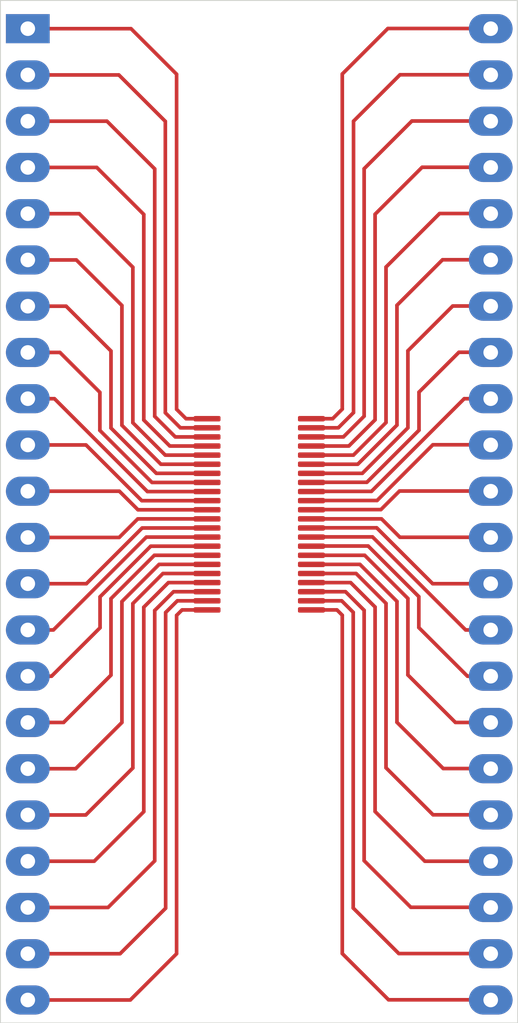
<source format=kicad_pcb>
(kicad_pcb (version 20211014) (generator pcbnew)
  (title_block (date "2022-10-17") (rev "0.0.01"))
  (layers (0 "F.Cu" signal) (31 "B.Cu" signal) (34 "B.Paste" user) (35 "F.Paste" user) (36 "B.SilkS" user "B.Silkscreen") (37 "F.SilkS" user "F.Silkscreen") (38 "B.Mask" user) (39 "F.Mask" user) (44 "Edge.Cuts" user))
  (net 0 "")
  (footprint "Library:55fdc74f-a520-4e50-91cd-2504150caa4f" (layer "F.Cu") (at 142.561913 105.618997)
    (fp_text reference "" (at 0 0) (layer "F.SilkS") (effects (font (size 1.27 1.27))))
    (fp_text value "" (at 0 0) (layer "F.SilkS") (effects (font (size 1.27 1.27))))
    (pad "1" smd roundrect (at -5.725 -8) (size 1.475 0.3) (layers "F.Cu" "F.Paste" "F.Mask"))
    (pad "2" smd roundrect (at -5.725 -7.5) (size 1.475 0.3) (layers "F.Cu" "F.Paste" "F.Mask"))
    (pad "3" smd roundrect (at -5.725 -7) (size 1.475 0.3) (layers "F.Cu" "F.Paste" "F.Mask"))
    (pad "4" smd roundrect (at -5.725 -6.5) (size 1.475 0.3) (layers "F.Cu" "F.Paste" "F.Mask"))
    (pad "5" smd roundrect (at -5.725 -6) (size 1.475 0.3) (layers "F.Cu" "F.Paste" "F.Mask"))
    (pad "6" smd roundrect (at -5.725 -5.5) (size 1.475 0.3) (layers "F.Cu" "F.Paste" "F.Mask"))
    (pad "7" smd roundrect (at -5.725 -5) (size 1.475 0.3) (layers "F.Cu" "F.Paste" "F.Mask"))
    (pad "8" smd roundrect (at -5.725 -4.5) (size 1.475 0.3) (layers "F.Cu" "F.Paste" "F.Mask"))
    (pad "9" smd roundrect (at -5.725 -4) (size 1.475 0.3) (layers "F.Cu" "F.Paste" "F.Mask"))
    (pad "10" smd roundrect (at -5.725 -3.5) (size 1.475 0.3) (layers "F.Cu" "F.Paste" "F.Mask"))
    (pad "11" smd roundrect (at -5.725 -3) (size 1.475 0.3) (layers "F.Cu" "F.Paste" "F.Mask"))
    (pad "12" smd roundrect (at -5.725 -2.5) (size 1.475 0.3) (layers "F.Cu" "F.Paste" "F.Mask"))
    (pad "13" smd roundrect (at -5.725 -2) (size 1.475 0.3) (layers "F.Cu" "F.Paste" "F.Mask"))
    (pad "14" smd roundrect (at -5.725 -1.5) (size 1.475 0.3) (layers "F.Cu" "F.Paste" "F.Mask"))
    (pad "15" smd roundrect (at -5.725 -1) (size 1.475 0.3) (layers "F.Cu" "F.Paste" "F.Mask"))
    (pad "16" smd roundrect (at -5.725 -0.5) (size 1.475 0.3) (layers "F.Cu" "F.Paste" "F.Mask"))
    (pad "17" smd roundrect (at -5.725 0) (size 1.475 0.3) (layers "F.Cu" "F.Paste" "F.Mask"))
    (pad "18" smd roundrect (at -5.725 0.5) (size 1.475 0.3) (layers "F.Cu" "F.Paste" "F.Mask"))
    (pad "19" smd roundrect (at -5.725 1) (size 1.475 0.3) (layers "F.Cu" "F.Paste" "F.Mask"))
    (pad "20" smd roundrect (at -5.725 1.5) (size 1.475 0.3) (layers "F.Cu" "F.Paste" "F.Mask"))
    (pad "21" smd roundrect (at -5.725 2) (size 1.475 0.3) (layers "F.Cu" "F.Paste" "F.Mask"))
    (pad "22" smd roundrect (at -5.725 2.5) (size 1.475 0.3) (layers "F.Cu" "F.Paste" "F.Mask"))
    (pad "23" smd roundrect (at 0 2.5) (size 1.475 0.3) (layers "F.Cu" "F.Paste" "F.Mask"))
    (pad "24" smd roundrect (at 0 2) (size 1.475 0.3) (layers "F.Cu" "F.Paste" "F.Mask"))
    (pad "25" smd roundrect (at 0 1.5) (size 1.475 0.3) (layers "F.Cu" "F.Paste" "F.Mask"))
    (pad "26" smd roundrect (at 0 1) (size 1.475 0.3) (layers "F.Cu" "F.Paste" "F.Mask"))
    (pad "27" smd roundrect (at 0 0.5) (size 1.475 0.3) (layers "F.Cu" "F.Paste" "F.Mask"))
    (pad "28" smd roundrect (at 0 0) (size 1.475 0.3) (layers "F.Cu" "F.Paste" "F.Mask"))
    (pad "29" smd roundrect (at 0 -0.5) (size 1.475 0.3) (layers "F.Cu" "F.Paste" "F.Mask"))
    (pad "30" smd roundrect (at 0 -1) (size 1.475 0.3) (layers "F.Cu" "F.Paste" "F.Mask"))
    (pad "31" smd roundrect (at 0 -1.5) (size 1.475 0.3) (layers "F.Cu" "F.Paste" "F.Mask"))
    (pad "32" smd roundrect (at 0 -2) (size 1.475 0.3) (layers "F.Cu" "F.Paste" "F.Mask"))
    (pad "33" smd roundrect (at 0 -2.5) (size 1.475 0.3) (layers "F.Cu" "F.Paste" "F.Mask"))
    (pad "34" smd roundrect (at 0 -3) (size 1.475 0.3) (layers "F.Cu" "F.Paste" "F.Mask"))
    (pad "35" smd roundrect (at 0 -3.5) (size 1.475 0.3) (layers "F.Cu" "F.Paste" "F.Mask"))
    (pad "36" smd roundrect (at 0 -4) (size 1.475 0.3) (layers "F.Cu" "F.Paste" "F.Mask"))
    (pad "37" smd roundrect (at 0 -4.5) (size 1.475 0.3) (layers "F.Cu" "F.Paste" "F.Mask"))
    (pad "38" smd roundrect (at 0 -5) (size 1.475 0.3) (layers "F.Cu" "F.Paste" "F.Mask"))
    (pad "39" smd roundrect (at 0 -5.5) (size 1.475 0.3) (layers "F.Cu" "F.Paste" "F.Mask"))
    (pad "40" smd roundrect (at 0 -6) (size 1.475 0.3) (layers "F.Cu" "F.Paste" "F.Mask"))
    (pad "41" smd roundrect (at 0 -6.5) (size 1.475 0.3) (layers "F.Cu" "F.Paste" "F.Mask"))
    (pad "42" smd roundrect (at 0 -7) (size 1.475 0.3) (layers "F.Cu" "F.Paste" "F.Mask"))
    (pad "43" smd roundrect (at 0 -7.5) (size 1.475 0.3) (layers "F.Cu" "F.Paste" "F.Mask"))
    (pad "44" smd roundrect (at 0 -8) (size 1.475 0.3) (layers "F.Cu" "F.Paste" "F.Mask"))
  )
  (footprint "Library:DIP-48_W15.24mm_LongPads" (layer "F.Cu") (at 127 76.2)
    (fp_text reference "REF**" hide)
    (fp_text value "TSSOP44toDIP-44_28x56.15mm_1.1023x2.2893in_LongPads" hide)
    (fp_line (start 26.86 -1.55) (end -1.5 -1.55) (layer "Edge.Cuts") (width 0.05))
    (fp_line (start -1.5 -1.55) (end -1.5 54.6) (layer "Edge.Cuts") (width 0.05))
    (fp_line (start -1.5 54.6) (end 26.88 54.6) (layer "Edge.Cuts") (width 0.05))
    (fp_line (start 26.88 54.6) (end 26.86 -1.55) (layer "Edge.Cuts") (width 0.05))
    (pad "1" thru_hole rect (at 0 0) (size 2.4 1.6) (drill 0.8) (layers *.Cu *.Mask))
    (pad "2" thru_hole oval (at 0 2.54) (size 2.4 1.6) (drill 0.8) (layers *.Cu *.Mask))
    (pad "3" thru_hole oval (at 0 5.08) (size 2.4 1.6) (drill 0.8) (layers *.Cu *.Mask))
    (pad "4" thru_hole oval (at 0 7.62) (size 2.4 1.6) (drill 0.8) (layers *.Cu *.Mask))
    (pad "5" thru_hole oval (at 0 10.16) (size 2.4 1.6) (drill 0.8) (layers *.Cu *.Mask))
    (pad "6" thru_hole oval (at 0 12.7) (size 2.4 1.6) (drill 0.8) (layers *.Cu *.Mask))
    (pad "7" thru_hole oval (at 0 15.24) (size 2.4 1.6) (drill 0.8) (layers *.Cu *.Mask))
    (pad "8" thru_hole oval (at 0 17.78) (size 2.4 1.6) (drill 0.8) (layers *.Cu *.Mask))
    (pad "9" thru_hole oval (at 0 20.32) (size 2.4 1.6) (drill 0.8) (layers *.Cu *.Mask))
    (pad "10" thru_hole oval (at 0 22.86) (size 2.4 1.6) (drill 0.8) (layers *.Cu *.Mask))
    (pad "11" thru_hole oval (at 0 25.4) (size 2.4 1.6) (drill 0.8) (layers *.Cu *.Mask))
    (pad "12" thru_hole oval (at 0 27.94) (size 2.4 1.6) (drill 0.8) (layers *.Cu *.Mask))
    (pad "13" thru_hole oval (at 0 30.48) (size 2.4 1.6) (drill 0.8) (layers *.Cu *.Mask))
    (pad "14" thru_hole oval (at 0 33.02) (size 2.4 1.6) (drill 0.8) (layers *.Cu *.Mask))
    (pad "15" thru_hole oval (at 0 35.56) (size 2.4 1.6) (drill 0.8) (layers *.Cu *.Mask))
    (pad "16" thru_hole oval (at 0 38.1) (size 2.4 1.6) (drill 0.8) (layers *.Cu *.Mask))
    (pad "17" thru_hole oval (at 0 40.64) (size 2.4 1.6) (drill 0.8) (layers *.Cu *.Mask))
    (pad "18" thru_hole oval (at 0 43.18) (size 2.4 1.6) (drill 0.8) (layers *.Cu *.Mask))
    (pad "19" thru_hole oval (at 0 45.72) (size 2.4 1.6) (drill 0.8) (layers *.Cu *.Mask))
    (pad "20" thru_hole oval (at 0 48.26) (size 2.4 1.6) (drill 0.8) (layers *.Cu *.Mask))
    (pad "21" thru_hole oval (at 0 50.8) (size 2.4 1.6) (drill 0.8) (layers *.Cu *.Mask))
    (pad "22" thru_hole oval (at 0 53.34) (size 2.4 1.6) (drill 0.8) (layers *.Cu *.Mask))
    (pad "23" thru_hole oval (at 25.4 53.34) (size 2.4 1.6) (drill 0.8) (layers *.Cu *.Mask))
    (pad "24" thru_hole oval (at 25.4 50.8) (size 2.4 1.6) (drill 0.8) (layers *.Cu *.Mask))
    (pad "25" thru_hole oval (at 25.4 48.26) (size 2.4 1.6) (drill 0.8) (layers *.Cu *.Mask))
    (pad "26" thru_hole oval (at 25.4 45.72) (size 2.4 1.6) (drill 0.8) (layers *.Cu *.Mask))
    (pad "27" thru_hole oval (at 25.4 43.18) (size 2.4 1.6) (drill 0.8) (layers *.Cu *.Mask))
    (pad "28" thru_hole oval (at 25.4 40.64) (size 2.4 1.6) (drill 0.8) (layers *.Cu *.Mask))
    (pad "29" thru_hole oval (at 25.4 38.1) (size 2.4 1.6) (drill 0.8) (layers *.Cu *.Mask))
    (pad "30" thru_hole oval (at 25.4 35.56) (size 2.4 1.6) (drill 0.8) (layers *.Cu *.Mask))
    (pad "31" thru_hole oval (at 25.4 33.02) (size 2.4 1.6) (drill 0.8) (layers *.Cu *.Mask))
    (pad "32" thru_hole oval (at 25.4 30.48) (size 2.4 1.6) (drill 0.8) (layers *.Cu *.Mask))
    (pad "33" thru_hole oval (at 25.4 27.94) (size 2.4 1.6) (drill 0.8) (layers *.Cu *.Mask))
    (pad "34" thru_hole oval (at 25.4 25.4) (size 2.4 1.6) (drill 0.8) (layers *.Cu *.Mask))
    (pad "35" thru_hole oval (at 25.4 22.86) (size 2.4 1.6) (drill 0.8) (layers *.Cu *.Mask))
    (pad "36" thru_hole oval (at 25.4 20.32) (size 2.4 1.6) (drill 0.8) (layers *.Cu *.Mask))
    (pad "37" thru_hole oval (at 25.4 17.78) (size 2.4 1.6) (drill 0.8) (layers *.Cu *.Mask))
    (pad "38" thru_hole oval (at 25.4 15.24) (size 2.4 1.6) (drill 0.8) (layers *.Cu *.Mask))
    (pad "39" thru_hole oval (at 25.4 12.7) (size 2.4 1.6) (drill 0.8) (layers *.Cu *.Mask))
    (pad "40" thru_hole oval (at 25.4 10.16) (size 2.4 1.6) (drill 0.8) (layers *.Cu *.Mask))
    (pad "41" thru_hole oval (at 25.4 7.62) (size 2.4 1.6) (drill 0.8) (layers *.Cu *.Mask))
    (pad "42" thru_hole oval (at 25.4 5.08) (size 2.4 1.6) (drill 0.8) (layers *.Cu *.Mask))
    (pad "43" thru_hole oval (at 25.4 2.54) (size 2.4 1.6) (drill 0.8) (layers *.Cu *.Mask))
    (pad "44" thru_hole oval (at 25.4 0) (size 2.4 1.6) (drill 0.8) (layers *.Cu *.Mask))
  )
  (segment (start 147.855731 98.120001) (end 147.855731 93.890001) (width 0.2) (layer "F.Cu") (net 0))
  (segment (start 152.4 124.46) (end 152.390001 124.450001) (width 0.2) (layer "F.Cu") (net 0))
  (segment (start 133.044268 102.62) (end 132.024269 101.600001) (width 0.2) (layer "F.Cu") (net 0))
  (segment (start 146.14573 103.61) (end 142.57091 103.61) (width 0.2) (layer "F.Cu") (net 0))
  (segment (start 130.784268 83.82) (end 127 83.82) (width 0.2) (layer "F.Cu") (net 0))
  (segment (start 130.184269 119.380001) (end 132.764269 116.800001) (width 0.2) (layer "F.Cu") (net 0))
  (segment (start 142.561913 101.118997) (end 142.57091 101.11) (width 0.2) (layer "F.Cu") (net 0))
  (segment (start 148.465731 96.160001) (end 150.655731 93.970001) (width 0.2) (layer "F.Cu") (net 0))
  (segment (start 152.390001 104.130001) (end 152.4 104.14) (width 0.2) (layer "F.Cu") (net 0))
  (segment (start 152.390001 81.270001) (end 152.4 81.28) (width 0.2) (layer "F.Cu") (net 0))
  (segment (start 144.873231 97.282501) (end 144.873231 81.280001) (width 0.2) (layer "F.Cu") (net 0))
  (segment (start 142.57091 104.11) (end 142.561913 104.118997) (width 0.2) (layer "F.Cu") (net 0))
  (segment (start 147.395731 101.590001) (end 152.390001 101.590001) (width 0.2) (layer "F.Cu") (net 0))
  (segment (start 133.964269 83.900001) (end 131.344269 81.280001) (width 0.2) (layer "F.Cu") (net 0))
  (segment (start 134.415273 106.118997) (end 136.836913 106.118997) (width 0.2) (layer "F.Cu") (net 0))
  (segment (start 149.595731 86.350001) (end 152.390001 86.350001) (width 0.2) (layer "F.Cu") (net 0))
  (segment (start 151.12573 111.76) (end 148.455731 109.090001) (width 0.2) (layer "F.Cu") (net 0))
  (segment (start 152.390001 124.450001) (end 148.015731 124.450001) (width 0.2) (layer "F.Cu") (net 0))
  (segment (start 142.561913 102.118997) (end 142.57091 102.11) (width 0.2) (layer "F.Cu") (net 0))
  (segment (start 142.561913 97.618997) (end 143.726735 97.618997) (width 0.2) (layer "F.Cu") (net 0))
  (segment (start 128.96427 114.3) (end 131.564269 111.700001) (width 0.2) (layer "F.Cu") (net 0))
  (segment (start 132.014269 104.140001) (end 127 104.14) (width 0.2) (layer "F.Cu") (net 0))
  (segment (start 152.4 114.3) (end 150.46573 114.3) (width 0.2) (layer "F.Cu") (net 0))
  (segment (start 152.390001 76.190001) (end 152.4 76.2) (width 0.2) (layer "F.Cu") (net 0))
  (segment (start 127 124.46) (end 131.40427 124.46) (width 0.2) (layer "F.Cu") (net 0))
  (segment (start 136.83591 104.62) (end 136.836913 104.618997) (width 0.2) (layer "F.Cu") (net 0))
  (segment (start 142.561913 101.618997) (end 142.57091 101.61) (width 0.2) (layer "F.Cu") (net 0))
  (segment (start 134.053265 100.618997) (end 131.564269 98.130001) (width 0.2) (layer "F.Cu") (net 0))
  (segment (start 144.855731 124.490001) (end 147.355731 126.990001) (width 0.2) (layer "F.Cu") (net 0))
  (segment (start 145.106735 100.118997) (end 147.255731 97.970001) (width 0.2) (layer "F.Cu") (net 0))
  (segment (start 134.546769 97.292501) (end 134.546769 81.290001) (width 0.2) (layer "F.Cu") (net 0))
  (segment (start 136.83591 102.62) (end 133.044268 102.62) (width 0.2) (layer "F.Cu") (net 0))
  (segment (start 134.564269 108.260001) (end 134.564269 124.500001) (width 0.2) (layer "F.Cu") (net 0))
  (segment (start 142.561913 99.118997) (end 144.616735 99.118997) (width 0.2) (layer "F.Cu") (net 0))
  (segment (start 144.714727 106.618997) (end 142.561913 106.618997) (width 0.2) (layer "F.Cu") (net 0))
  (segment (start 147.255731 91.390001) (end 149.755731 88.890001) (width 0.2) (layer "F.Cu") (net 0))
  (segment (start 136.836913 99.618997) (end 134.543265 99.618997) (width 0.2) (layer "F.Cu") (net 0))
  (segment (start 136.83591 104.12) (end 136.836913 104.118997) (width 0.2) (layer "F.Cu") (net 0))
  (segment (start 134.546769 81.290001) (end 131.996769 78.740001) (width 0.2) (layer "F.Cu") (net 0))
  (segment (start 142.561913 99.618997) (end 144.866735 99.618997) (width 0.2) (layer "F.Cu") (net 0))
  (segment (start 132.624269 129.540001) (end 127 129.54) (width 0.2) (layer "F.Cu") (net 0))
  (segment (start 142.561913 108.118997) (end 143.964727 108.118997) (width 0.2) (layer "F.Cu") (net 0))
  (segment (start 145.67573 104.61) (end 142.57091 104.61) (width 0.2) (layer "F.Cu") (net 0))
  (segment (start 145.855732 101.61) (end 150.945732 96.52) (width 0.2) (layer "F.Cu") (net 0))
  (segment (start 147.255731 97.970001) (end 147.255731 91.390001) (width 0.2) (layer "F.Cu") (net 0))
  (segment (start 148.635731 83.810001) (end 152.390001 83.810001) (width 0.2) (layer "F.Cu") (net 0))
  (segment (start 150.655731 93.970001) (end 152.390001 93.970001) (width 0.2) (layer "F.Cu") (net 0))
  (segment (start 150.315731 91.430001) (end 152.390001 91.430001) (width 0.2) (layer "F.Cu") (net 0))
  (segment (start 128.464268 96.52) (end 127 96.52) (width 0.2) (layer "F.Cu") (net 0))
  (segment (start 145.605732 101.11) (end 148.465731 98.250001) (width 0.2) (layer "F.Cu") (net 0))
  (segment (start 136.83591 103.62) (end 136.836913 103.618997) (width 0.2) (layer "F.Cu") (net 0))
  (segment (start 152.390001 129.530001) (end 152.4 129.54) (width 0.2) (layer "F.Cu") (net 0))
  (segment (start 134.715273 106.618997) (end 136.836913 106.618997) (width 0.2) (layer "F.Cu") (net 0))
  (segment (start 143.964727 108.118997) (end 144.255731 108.410001) (width 0.2) (layer "F.Cu") (net 0))
  (segment (start 152.390001 88.890001) (end 152.4 88.9) (width 0.2) (layer "F.Cu") (net 0))
  (segment (start 147.855731 111.690001) (end 147.855731 107.490001) (width 0.2) (layer "F.Cu") (net 0))
  (segment (start 148.465731 98.250001) (end 148.465731 96.160001) (width 0.2) (layer "F.Cu") (net 0))
  (segment (start 136.836913 99.118997) (end 134.793265 99.118997) (width 0.2) (layer "F.Cu") (net 0))
  (segment (start 133.254268 102.12) (end 130.194269 99.060001) (width 0.2) (layer "F.Cu") (net 0))
  (segment (start 136.836913 100.118997) (end 134.303265 100.118997) (width 0.2) (layer "F.Cu") (net 0))
  (segment (start 144.616735 99.118997) (end 146.055731 97.680001) (width 0.2) (layer "F.Cu") (net 0))
  (segment (start 136.836913 102.618997) (end 136.83591 102.62) (width 0.2) (layer "F.Cu") (net 0))
  (segment (start 152.4 109.22) (end 151.02573 109.22) (width 0.2) (layer "F.Cu") (net 0))
  (segment (start 127 121.92) (end 130.644269 121.920001) (width 0.2) (layer "F.Cu") (net 0))
  (segment (start 130.964269 109.100001) (end 130.964269 107.400001) (width 0.2) (layer "F.Cu") (net 0))
  (segment (start 152.4 116.84) (end 152.390001 116.830001) (width 0.2) (layer "F.Cu") (net 0))
  (segment (start 132.164269 107.660001) (end 134.205273 105.618997) (width 0.2) (layer "F.Cu") (net 0))
  (segment (start 144.316735 98.618997) (end 145.455731 97.480001) (width 0.2) (layer "F.Cu") (net 0))
  (segment (start 152.390001 93.970001) (end 152.4 93.98) (width 0.2) (layer "F.Cu") (net 0))
  (segment (start 145.455731 121.890001) (end 145.455731 108.140001) (width 0.2) (layer "F.Cu") (net 0))
  (segment (start 136.83591 101.12) (end 133.814268 101.12) (width 0.2) (layer "F.Cu") (net 0))
  (segment (start 152.390001 126.990001) (end 152.4 127) (width 0.2) (layer "F.Cu") (net 0))
  (segment (start 134.564269 124.500001) (end 132.064269 127.000001) (width 0.2) (layer "F.Cu") (net 0))
  (segment (start 150.46573 114.3) (end 147.855731 111.690001) (width 0.2) (layer "F.Cu") (net 0))
  (segment (start 132.764269 97.840001) (end 132.764269 89.300001) (width 0.2) (layer "F.Cu") (net 0))
  (segment (start 148.455731 107.390001) (end 145.67573 104.61) (width 0.2) (layer "F.Cu") (net 0))
  (segment (start 136.836913 100.618997) (end 134.053265 100.618997) (width 0.2) (layer "F.Cu") (net 0))
  (segment (start 143.726735 97.618997) (end 144.255731 97.090001) (width 0.2) (layer "F.Cu") (net 0))
  (segment (start 145.455731 97.480001) (end 145.455731 83.890001) (width 0.2) (layer "F.Cu") (net 0))
  (segment (start 152.390001 116.830001) (end 149.795731 116.830001) (width 0.2) (layer "F.Cu") (net 0))
  (segment (start 144.255731 97.090001) (end 144.255731 78.690001) (width 0.2) (layer "F.Cu") (net 0))
  (segment (start 152.390001 91.430001) (end 152.4 91.44) (width 0.2) (layer "F.Cu") (net 0))
  (segment (start 134.793265 99.118997) (end 133.364269 97.690001) (width 0.2) (layer "F.Cu") (net 0))
  (segment (start 152.4 121.92) (end 148.78573 121.92) (width 0.2) (layer "F.Cu") (net 0))
  (segment (start 132.764269 116.800001) (end 132.764269 107.770001) (width 0.2) (layer "F.Cu") (net 0))
  (segment (start 152.390001 78.730001) (end 152.4 78.74) (width 0.2) (layer "F.Cu") (net 0))
  (segment (start 149.21573 106.68) (end 146.14573 103.61) (width 0.2) (layer "F.Cu") (net 0))
  (segment (start 131.344269 81.280001) (end 127 81.28) (width 0.2) (layer "F.Cu") (net 0))
  (segment (start 133.364269 97.690001) (end 133.364269 86.400001) (width 0.2) (layer "F.Cu") (net 0))
  (segment (start 136.836913 97.618997) (end 135.683265 97.618997) (width 0.2) (layer "F.Cu") (net 0))
  (segment (start 129.664269 88.900001) (end 127 88.9) (width 0.2) (layer "F.Cu") (net 0))
  (segment (start 142.561913 100.618997) (end 145.356735 100.618997) (width 0.2) (layer "F.Cu") (net 0))
  (segment (start 127 114.3) (end 128.96427 114.3) (width 0.2) (layer "F.Cu") (net 0))
  (segment (start 131.996769 78.740001) (end 127 78.74) (width 0.2) (layer "F.Cu") (net 0))
  (segment (start 146.655731 89.290001) (end 149.595731 86.350001) (width 0.2) (layer "F.Cu") (net 0))
  (segment (start 136.83591 101.62) (end 133.564268 101.62) (width 0.2) (layer "F.Cu") (net 0))
  (segment (start 132.164269 114.300001) (end 132.164269 107.660001) (width 0.2) (layer "F.Cu") (net 0))
  (segment (start 147.355731 126.990001) (end 152.390001 126.990001) (width 0.2) (layer "F.Cu") (net 0))
  (segment (start 142.57091 101.61) (end 145.855732 101.61) (width 0.2) (layer "F.Cu") (net 0))
  (segment (start 130.964269 107.400001) (end 133.74427 104.62) (width 0.2) (layer "F.Cu") (net 0))
  (segment (start 130.644269 121.920001) (end 133.364269 119.200001) (width 0.2) (layer "F.Cu") (net 0))
  (segment (start 128.40427 109.22) (end 133.50427 104.12) (width 0.2) (layer "F.Cu") (net 0))
  (segment (start 136.836913 98.118997) (end 135.373265 98.118997) (width 0.2) (layer "F.Cu") (net 0))
  (segment (start 147.255731 114.290001) (end 147.255731 107.650001) (width 0.2) (layer "F.Cu") (net 0))
  (segment (start 142.561913 102.618997) (end 142.57091 102.61) (width 0.2) (layer "F.Cu") (net 0))
  (segment (start 132.024269 101.600001) (end 127 101.6) (width 0.2) (layer "F.Cu") (net 0))
  (segment (start 132.664268 76.2) (end 127 76.2) (width 0.2) (layer "F.Cu") (net 0))
  (segment (start 146.165732 102.11) (end 149.225731 99.050001) (width 0.2) (layer "F.Cu") (net 0))
  (segment (start 130.214269 106.680001) (end 133.27427 103.62) (width 0.2) (layer "F.Cu") (net 0))
  (segment (start 135.465273 108.118997) (end 135.164269 108.420001) (width 0.2) (layer "F.Cu") (net 0))
  (segment (start 134.303265 100.118997) (end 132.164269 97.980001) (width 0.2) (layer "F.Cu") (net 0))
  (segment (start 130.954269 96.170001) (end 128.764269 93.980001) (width 0.2) (layer "F.Cu") (net 0))
  (segment (start 136.83591 102.12) (end 133.254268 102.12) (width 0.2) (layer "F.Cu") (net 0))
  (segment (start 135.373265 98.118997) (end 134.546769 97.292501) (width 0.2) (layer "F.Cu") (net 0))
  (segment (start 145.455731 108.140001) (end 144.434727 107.118997) (width 0.2) (layer "F.Cu") (net 0))
  (segment (start 149.795731 116.830001) (end 147.255731 114.290001) (width 0.2) (layer "F.Cu") (net 0))
  (segment (start 149.225731 99.050001) (end 152.390001 99.050001) (width 0.2) (layer "F.Cu") (net 0))
  (segment (start 152.390001 99.050001) (end 152.4 99.06) (width 0.2) (layer "F.Cu") (net 0))
  (segment (start 131.564269 111.700001) (end 131.564269 107.500001) (width 0.2) (layer "F.Cu") (net 0))
  (segment (start 144.873231 81.280001) (end 147.423231 78.730001) (width 0.2) (layer "F.Cu") (net 0))
  (segment (start 146.795731 129.530001) (end 152.390001 129.530001) (width 0.2) (layer "F.Cu") (net 0))
  (segment (start 131.564269 107.500001) (end 133.945273 105.118997) (width 0.2) (layer "F.Cu") (net 0))
  (segment (start 152.4 111.76) (end 151.12573 111.76) (width 0.2) (layer "F.Cu") (net 0))
  (segment (start 152.390001 83.810001) (end 152.4 83.82) (width 0.2) (layer "F.Cu") (net 0))
  (segment (start 133.364269 86.400001) (end 130.784268 83.82) (width 0.2) (layer "F.Cu") (net 0))
  (segment (start 134.205273 105.618997) (end 136.836913 105.618997) (width 0.2) (layer "F.Cu") (net 0))
  (segment (start 133.364269 119.200001) (end 133.364269 107.970001) (width 0.2) (layer "F.Cu") (net 0))
  (segment (start 144.036735 98.118997) (end 144.873231 97.282501) (width 0.2) (layer "F.Cu") (net 0))
  (segment (start 149.235731 119.370001) (end 146.655731 116.790001) (width 0.2) (layer "F.Cu") (net 0))
  (segment (start 135.205273 107.618997) (end 134.564269 108.260001) (width 0.2) (layer "F.Cu") (net 0))
  (segment (start 127 109.22) (end 128.40427 109.22) (width 0.2) (layer "F.Cu") (net 0))
  (segment (start 142.57091 101.11) (end 145.605732 101.11) (width 0.2) (layer "F.Cu") (net 0))
  (segment (start 145.014727 106.118997) (end 142.561913 106.118997) (width 0.2) (layer "F.Cu") (net 0))
  (segment (start 134.543265 99.618997) (end 132.764269 97.840001) (width 0.2) (layer "F.Cu") (net 0))
  (segment (start 142.57091 102.61) (end 146.375732 102.61) (width 0.2) (layer "F.Cu") (net 0))
  (segment (start 131.564269 98.130001) (end 131.564269 93.900001) (width 0.2) (layer "F.Cu") (net 0))
  (segment (start 133.964269 108.150001) (end 134.995273 107.118997) (width 0.2) (layer "F.Cu") (net 0))
  (segment (start 135.164269 78.700001) (end 132.664268 76.2) (width 0.2) (layer "F.Cu") (net 0))
  (segment (start 151.02573 109.22) (end 145.91573 104.11) (width 0.2) (layer "F.Cu") (net 0))
  (segment (start 142.561913 103.118997) (end 146.408997 103.118997) (width 0.2) (layer "F.Cu") (net 0))
  (segment (start 133.364269 107.970001) (end 134.715273 106.618997) (width 0.2) (layer "F.Cu") (net 0))
  (segment (start 152.4 106.68) (end 149.21573 106.68) (width 0.2) (layer "F.Cu") (net 0))
  (segment (start 144.255731 78.690001) (end 146.755731 76.190001) (width 0.2) (layer "F.Cu") (net 0))
  (segment (start 150.945732 96.52) (end 152.4 96.52) (width 0.2) (layer "F.Cu") (net 0))
  (segment (start 136.836913 98.618997) (end 135.093265 98.618997) (width 0.2) (layer "F.Cu") (net 0))
  (segment (start 148.015731 124.450001) (end 145.455731 121.890001) (width 0.2) (layer "F.Cu") (net 0))
  (segment (start 132.164269 91.400001) (end 129.664269 88.900001) (width 0.2) (layer "F.Cu") (net 0))
  (segment (start 133.964269 97.490001) (end 133.964269 83.900001) (width 0.2) (layer "F.Cu") (net 0))
  (segment (start 146.375732 102.61) (end 147.395731 101.590001) (width 0.2) (layer "F.Cu") (net 0))
  (segment (start 152.390001 86.350001) (end 152.4 86.36) (width 0.2) (layer "F.Cu") (net 0))
  (segment (start 148.455731 109.090001) (end 148.455731 107.390001) (width 0.2) (layer "F.Cu") (net 0))
  (segment (start 129.824269 86.360001) (end 127 86.36) (width 0.2) (layer "F.Cu") (net 0))
  (segment (start 146.655731 116.790001) (end 146.655731 107.760001) (width 0.2) (layer "F.Cu") (net 0))
  (segment (start 133.945273 105.118997) (end 136.836913 105.118997) (width 0.2) (layer "F.Cu") (net 0))
  (segment (start 136.836913 101.118997) (end 136.83591 101.12) (width 0.2) (layer "F.Cu") (net 0))
  (segment (start 134.995273 107.118997) (end 136.836913 107.118997) (width 0.2) (layer "F.Cu") (net 0))
  (segment (start 152.390001 119.370001) (end 149.235731 119.370001) (width 0.2) (layer "F.Cu") (net 0))
  (segment (start 131.40427 124.46) (end 133.964269 121.900001) (width 0.2) (layer "F.Cu") (net 0))
  (segment (start 147.423231 78.730001) (end 152.390001 78.730001) (width 0.2) (layer "F.Cu") (net 0))
  (segment (start 146.655731 97.830001) (end 146.655731 89.290001) (width 0.2) (layer "F.Cu") (net 0))
  (segment (start 147.420001 104.130001) (end 152.390001 104.130001) (width 0.2) (layer "F.Cu") (net 0))
  (segment (start 148.78573 121.92) (end 146.055731 119.190001) (width 0.2) (layer "F.Cu") (net 0))
  (segment (start 144.866735 99.618997) (end 146.655731 97.830001) (width 0.2) (layer "F.Cu") (net 0))
  (segment (start 127 106.68) (end 130.214269 106.680001) (width 0.2) (layer "F.Cu") (net 0))
  (segment (start 129.624269 116.840001) (end 132.164269 114.300001) (width 0.2) (layer "F.Cu") (net 0))
  (segment (start 128.764269 93.980001) (end 127 93.98) (width 0.2) (layer "F.Cu") (net 0))
  (segment (start 152.390001 101.590001) (end 152.4 101.6) (width 0.2) (layer "F.Cu") (net 0))
  (segment (start 146.055731 86.390001) (end 148.635731 83.810001) (width 0.2) (layer "F.Cu") (net 0))
  (segment (start 135.164269 97.100001) (end 135.164269 78.700001) (width 0.2) (layer "F.Cu") (net 0))
  (segment (start 133.50427 104.12) (end 136.83591 104.12) (width 0.2) (layer "F.Cu") (net 0))
  (segment (start 136.836913 102.118997) (end 136.83591 102.12) (width 0.2) (layer "F.Cu") (net 0))
  (segment (start 147.255731 107.650001) (end 145.224727 105.618997) (width 0.2) (layer "F.Cu") (net 0))
  (segment (start 149.755731 88.890001) (end 152.390001 88.890001) (width 0.2) (layer "F.Cu") (net 0))
  (segment (start 127 119.38) (end 130.184269 119.380001) (width 0.2) (layer "F.Cu") (net 0))
  (segment (start 135.164269 108.420001) (end 135.164269 127.000001) (width 0.2) (layer "F.Cu") (net 0))
  (segment (start 127 111.76) (end 128.30427 111.76) (width 0.2) (layer "F.Cu") (net 0))
  (segment (start 132.764269 89.300001) (end 129.824269 86.360001) (width 0.2) (layer "F.Cu") (net 0))
  (segment (start 144.255731 108.410001) (end 144.255731 126.990001) (width 0.2) (layer "F.Cu") (net 0))
  (segment (start 131.564269 93.900001) (end 129.104268 91.44) (width 0.2) (layer "F.Cu") (net 0))
  (segment (start 130.954269 98.260001) (end 130.954269 96.170001) (width 0.2) (layer "F.Cu") (net 0))
  (segment (start 136.836913 107.618997) (end 135.205273 107.618997) (width 0.2) (layer "F.Cu") (net 0))
  (segment (start 144.255731 126.990001) (end 146.795731 129.530001) (width 0.2) (layer "F.Cu") (net 0))
  (segment (start 142.57091 103.61) (end 142.561913 103.618997) (width 0.2) (layer "F.Cu") (net 0))
  (segment (start 133.564268 101.62) (end 128.464268 96.52) (width 0.2) (layer "F.Cu") (net 0))
  (segment (start 135.093265 98.618997) (end 133.964269 97.490001) (width 0.2) (layer "F.Cu") (net 0))
  (segment (start 145.356735 100.618997) (end 147.855731 98.120001) (width 0.2) (layer "F.Cu") (net 0))
  (segment (start 142.561913 98.118997) (end 144.036735 98.118997) (width 0.2) (layer "F.Cu") (net 0))
  (segment (start 142.561913 98.618997) (end 144.316735 98.618997) (width 0.2) (layer "F.Cu") (net 0))
  (segment (start 145.224727 105.618997) (end 142.561913 105.618997) (width 0.2) (layer "F.Cu") (net 0))
  (segment (start 130.194269 99.060001) (end 127 99.06) (width 0.2) (layer "F.Cu") (net 0))
  (segment (start 146.055731 107.960001) (end 144.714727 106.618997) (width 0.2) (layer "F.Cu") (net 0))
  (segment (start 133.27427 103.62) (end 136.83591 103.62) (width 0.2) (layer "F.Cu") (net 0))
  (segment (start 144.434727 107.118997) (end 142.561913 107.118997) (width 0.2) (layer "F.Cu") (net 0))
  (segment (start 136.836913 108.118997) (end 135.465273 108.118997) (width 0.2) (layer "F.Cu") (net 0))
  (segment (start 133.814268 101.12) (end 130.954269 98.260001) (width 0.2) (layer "F.Cu") (net 0))
  (segment (start 146.755731 76.190001) (end 152.390001 76.190001) (width 0.2) (layer "F.Cu") (net 0))
  (segment (start 148.075731 81.270001) (end 152.390001 81.270001) (width 0.2) (layer "F.Cu") (net 0))
  (segment (start 132.164269 97.980001) (end 132.164269 91.400001) (width 0.2) (layer "F.Cu") (net 0))
  (segment (start 136.836913 101.618997) (end 136.83591 101.62) (width 0.2) (layer "F.Cu") (net 0))
  (segment (start 142.561913 100.118997) (end 145.106735 100.118997) (width 0.2) (layer "F.Cu") (net 0))
  (segment (start 146.055731 119.190001) (end 146.055731 107.960001) (width 0.2) (layer "F.Cu") (net 0))
  (segment (start 146.055731 97.680001) (end 146.055731 86.390001) (width 0.2) (layer "F.Cu") (net 0))
  (segment (start 132.764269 107.770001) (end 134.415273 106.118997) (width 0.2) (layer "F.Cu") (net 0))
  (segment (start 142.57091 102.11) (end 146.165732 102.11) (width 0.2) (layer "F.Cu") (net 0))
  (segment (start 142.561913 107.618997) (end 144.224727 107.618997) (width 0.2) (layer "F.Cu") (net 0))
  (segment (start 135.164269 127.000001) (end 132.624269 129.540001) (width 0.2) (layer "F.Cu") (net 0))
  (segment (start 147.855731 107.490001) (end 145.484727 105.118997) (width 0.2) (layer "F.Cu") (net 0))
  (segment (start 133.964269 121.900001) (end 133.964269 108.150001) (width 0.2) (layer "F.Cu") (net 0))
  (segment (start 133.03427 103.12) (end 132.014269 104.140001) (width 0.2) (layer "F.Cu") (net 0))
  (segment (start 146.655731 107.760001) (end 145.014727 106.118997) (width 0.2) (layer "F.Cu") (net 0))
  (segment (start 145.91573 104.11) (end 142.57091 104.11) (width 0.2) (layer "F.Cu") (net 0))
  (segment (start 145.455731 83.890001) (end 148.075731 81.270001) (width 0.2) (layer "F.Cu") (net 0))
  (segment (start 133.74427 104.62) (end 136.83591 104.62) (width 0.2) (layer "F.Cu") (net 0))
  (segment (start 136.83591 103.12) (end 133.03427 103.12) (width 0.2) (layer "F.Cu") (net 0))
  (segment (start 147.855731 93.890001) (end 150.315731 91.430001) (width 0.2) (layer "F.Cu") (net 0))
  (segment (start 132.064269 127.000001) (end 127 127) (width 0.2) (layer "F.Cu") (net 0))
  (segment (start 127 116.84) (end 129.624269 116.840001) (width 0.2) (layer "F.Cu") (net 0))
  (segment (start 152.4 119.38) (end 152.390001 119.370001) (width 0.2) (layer "F.Cu") (net 0))
  (segment (start 144.855731 108.250001) (end 144.855731 124.490001) (width 0.2) (layer "F.Cu") (net 0))
  (segment (start 128.30427 111.76) (end 130.964269 109.100001) (width 0.2) (layer "F.Cu") (net 0))
  (segment (start 136.836913 103.118997) (end 136.83591 103.12) (width 0.2) (layer "F.Cu") (net 0))
  (segment (start 144.224727 107.618997) (end 144.855731 108.250001) (width 0.2) (layer "F.Cu") (net 0))
  (segment (start 146.408997 103.118997) (end 147.420001 104.130001) (width 0.2) (layer "F.Cu") (net 0))
  (segment (start 135.683265 97.618997) (end 135.164269 97.100001) (width 0.2) (layer "F.Cu") (net 0))
  (segment (start 129.104268 91.44) (end 127 91.44) (width 0.2) (layer "F.Cu") (net 0))
  (segment (start 142.57091 104.61) (end 142.561913 104.618997) (width 0.2) (layer "F.Cu") (net 0))
  (segment (start 145.484727 105.118997) (end 142.561913 105.118997) (width 0.2) (layer "F.Cu") (net 0))
)
</source>
